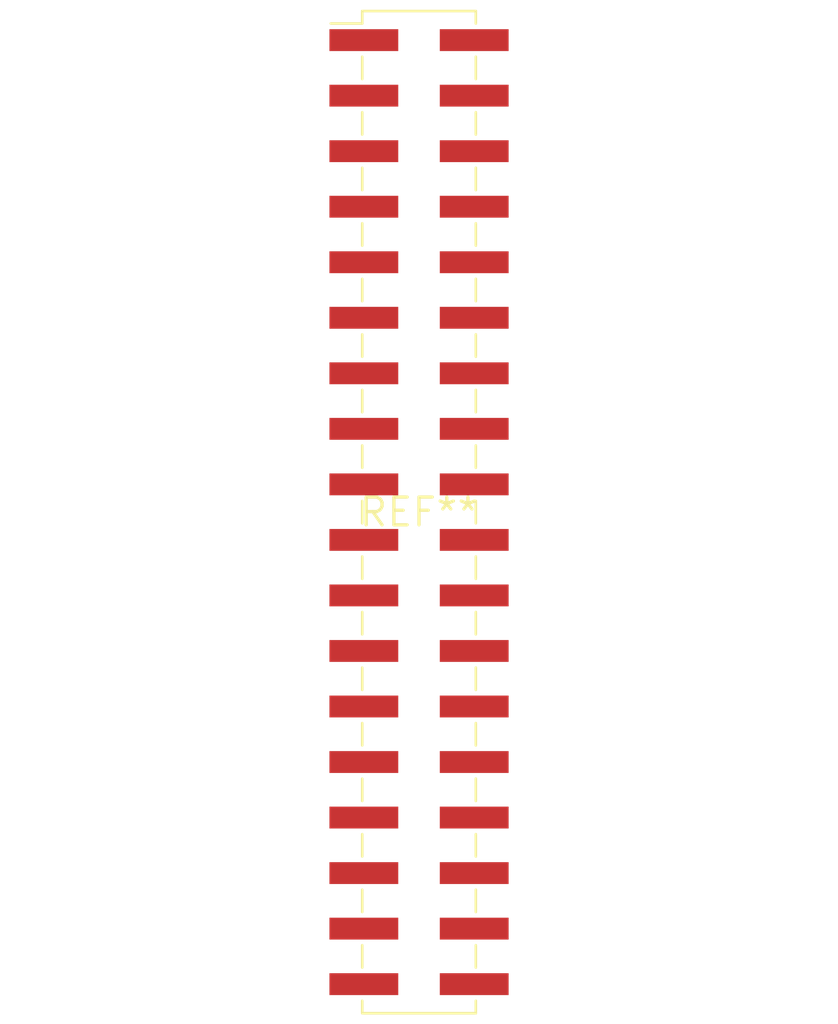
<source format=kicad_pcb>
(kicad_pcb (version 20240108) (generator pcbnew)
  (layers (0 "F.Cu" signal) (31 "B.Cu" signal) (34 "B.Paste" user) (35 "F.Paste" user) (36 "B.SilkS" user "B.Silkscreen") (37 "F.SilkS" user "F.Silkscreen") (38 "B.Mask" user) (39 "F.Mask" user) (44 "Edge.Cuts" user))
  (net 0 "")
  (footprint "PinHeader_2x18_P2.54mm_Vertical_SMD" (layer "F.Cu") (at 0 0)
    (property "Reference" "REF**")
    (property "Value" "PinHeader_2x18_P2.54mm_Vertical_SMD")
    (fp_line (start -4.04 -22.35) (end -2.6 -22.35) (layer "F.SilkS") (stroke (width 0.12)))
    (fp_line (start -2.6 -22.92) (end -2.6 -22.35) (layer "F.SilkS") (stroke (width 0.12)))
    (fp_line (start -2.6 -22.92) (end 2.6 -22.92) (layer "F.SilkS") (stroke (width 0.12)))
    (fp_line (start -2.6 -20.83) (end -2.6 -19.81) (layer "F.SilkS") (stroke (width 0.12)))
    (fp_line (start -2.6 -18.29) (end -2.6 -17.27) (layer "F.SilkS") (stroke (width 0.12)))
    (fp_line (start -2.6 -15.75) (end -2.6 -14.73) (layer "F.SilkS") (stroke (width 0.12)))
    (fp_line (start -2.6 -13.21) (end -2.6 -12.19) (layer "F.SilkS") (stroke (width 0.12)))
    (fp_line (start -2.6 -10.67) (end -2.6 -9.65) (layer "F.SilkS") (stroke (width 0.12)))
    (fp_line (start -2.6 -8.13) (end -2.6 -7.11) (layer "F.SilkS") (stroke (width 0.12)))
    (fp_line (start -2.6 -5.59) (end -2.6 -4.57) (layer "F.SilkS") (stroke (width 0.12)))
    (fp_line (start -2.6 -3.05) (end -2.6 -2.03) (layer "F.SilkS") (stroke (width 0.12)))
    (fp_line (start -2.6 -0.51) (end -2.6 0.51) (layer "F.SilkS") (stroke (width 0.12)))
    (fp_line (start -2.6 2.03) (end -2.6 3.05) (layer "F.SilkS") (stroke (width 0.12)))
    (fp_line (start -2.6 4.57) (end -2.6 5.59) (layer "F.SilkS") (stroke (width 0.12)))
    (fp_line (start -2.6 7.11) (end -2.6 8.13) (layer "F.SilkS") (stroke (width 0.12)))
    (fp_line (start -2.6 9.65) (end -2.6 10.67) (layer "F.SilkS") (stroke (width 0.12)))
    (fp_line (start -2.6 12.19) (end -2.6 13.21) (layer "F.SilkS") (stroke (width 0.12)))
    (fp_line (start -2.6 14.73) (end -2.6 15.75) (layer "F.SilkS") (stroke (width 0.12)))
    (fp_line (start -2.6 17.27) (end -2.6 18.29) (layer "F.SilkS") (stroke (width 0.12)))
    (fp_line (start -2.6 19.81) (end -2.6 20.83) (layer "F.SilkS") (stroke (width 0.12)))
    (fp_line (start -2.6 22.35) (end -2.6 22.92) (layer "F.SilkS") (stroke (width 0.12)))
    (fp_line (start -2.6 22.92) (end 2.6 22.92) (layer "F.SilkS") (stroke (width 0.12)))
    (fp_line (start 2.6 -22.92) (end 2.6 -22.35) (layer "F.SilkS") (stroke (width 0.12)))
    (fp_line (start 2.6 -20.83) (end 2.6 -19.81) (layer "F.SilkS") (stroke (width 0.12)))
    (fp_line (start 2.6 -18.29) (end 2.6 -17.27) (layer "F.SilkS") (stroke (width 0.12)))
    (fp_line (start 2.6 -15.75) (end 2.6 -14.73) (layer "F.SilkS") (stroke (width 0.12)))
    (fp_line (start 2.6 -13.21) (end 2.6 -12.19) (layer "F.SilkS") (stroke (width 0.12)))
    (fp_line (start 2.6 -10.67) (end 2.6 -9.65) (layer "F.SilkS") (stroke (width 0.12)))
    (fp_line (start 2.6 -8.13) (end 2.6 -7.11) (layer "F.SilkS") (stroke (width 0.12)))
    (fp_line (start 2.6 -5.59) (end 2.6 -4.57) (layer "F.SilkS") (stroke (width 0.12)))
    (fp_line (start 2.6 -3.05) (end 2.6 -2.03) (layer "F.SilkS") (stroke (width 0.12)))
    (fp_line (start 2.6 -0.51) (end 2.6 0.51) (layer "F.SilkS") (stroke (width 0.12)))
    (fp_line (start 2.6 2.03) (end 2.6 3.05) (layer "F.SilkS") (stroke (width 0.12)))
    (fp_line (start 2.6 4.57) (end 2.6 5.59) (layer "F.SilkS") (stroke (width 0.12)))
    (fp_line (start 2.6 7.11) (end 2.6 8.13) (layer "F.SilkS") (stroke (width 0.12)))
    (fp_line (start 2.6 9.65) (end 2.6 10.67) (layer "F.SilkS") (stroke (width 0.12)))
    (fp_line (start 2.6 12.19) (end 2.6 13.21) (layer "F.SilkS") (stroke (width 0.12)))
    (fp_line (start 2.6 14.73) (end 2.6 15.75) (layer "F.SilkS") (stroke (width 0.12)))
    (fp_line (start 2.6 17.27) (end 2.6 18.29) (layer "F.SilkS") (stroke (width 0.12)))
    (fp_line (start 2.6 19.81) (end 2.6 20.83) (layer "F.SilkS") (stroke (width 0.12)))
    (fp_line (start 2.6 22.35) (end 2.6 22.92) (layer "F.SilkS") (stroke (width 0.12)))
    (pad "1" smd rect (at -2.525 -21.59) (size 3.15 1) (layers "F.Cu" "F.Paste" "F.Mask"))
    (pad "2" smd rect (at 2.525 -21.59) (size 3.15 1) (layers "F.Cu" "F.Paste" "F.Mask"))
    (pad "3" smd rect (at -2.525 -19.05) (size 3.15 1) (layers "F.Cu" "F.Paste" "F.Mask"))
    (pad "4" smd rect (at 2.525 -19.05) (size 3.15 1) (layers "F.Cu" "F.Paste" "F.Mask"))
    (pad "5" smd rect (at -2.525 -16.51) (size 3.15 1) (layers "F.Cu" "F.Paste" "F.Mask"))
    (pad "6" smd rect (at 2.525 -16.51) (size 3.15 1) (layers "F.Cu" "F.Paste" "F.Mask"))
    (pad "7" smd rect (at -2.525 -13.97) (size 3.15 1) (layers "F.Cu" "F.Paste" "F.Mask"))
    (pad "8" smd rect (at 2.525 -13.97) (size 3.15 1) (layers "F.Cu" "F.Paste" "F.Mask"))
    (pad "9" smd rect (at -2.525 -11.43) (size 3.15 1) (layers "F.Cu" "F.Paste" "F.Mask"))
    (pad "10" smd rect (at 2.525 -11.43) (size 3.15 1) (layers "F.Cu" "F.Paste" "F.Mask"))
    (pad "11" smd rect (at -2.525 -8.89) (size 3.15 1) (layers "F.Cu" "F.Paste" "F.Mask"))
    (pad "12" smd rect (at 2.525 -8.89) (size 3.15 1) (layers "F.Cu" "F.Paste" "F.Mask"))
    (pad "13" smd rect (at -2.525 -6.35) (size 3.15 1) (layers "F.Cu" "F.Paste" "F.Mask"))
    (pad "14" smd rect (at 2.525 -6.35) (size 3.15 1) (layers "F.Cu" "F.Paste" "F.Mask"))
    (pad "15" smd rect (at -2.525 -3.81) (size 3.15 1) (layers "F.Cu" "F.Paste" "F.Mask"))
    (pad "16" smd rect (at 2.525 -3.81) (size 3.15 1) (layers "F.Cu" "F.Paste" "F.Mask"))
    (pad "17" smd rect (at -2.525 -1.27) (size 3.15 1) (layers "F.Cu" "F.Paste" "F.Mask"))
    (pad "18" smd rect (at 2.525 -1.27) (size 3.15 1) (layers "F.Cu" "F.Paste" "F.Mask"))
    (pad "19" smd rect (at -2.525 1.27) (size 3.15 1) (layers "F.Cu" "F.Paste" "F.Mask"))
    (pad "20" smd rect (at 2.525 1.27) (size 3.15 1) (layers "F.Cu" "F.Paste" "F.Mask"))
    (pad "21" smd rect (at -2.525 3.81) (size 3.15 1) (layers "F.Cu" "F.Paste" "F.Mask"))
    (pad "22" smd rect (at 2.525 3.81) (size 3.15 1) (layers "F.Cu" "F.Paste" "F.Mask"))
    (pad "23" smd rect (at -2.525 6.35) (size 3.15 1) (layers "F.Cu" "F.Paste" "F.Mask"))
    (pad "24" smd rect (at 2.525 6.35) (size 3.15 1) (layers "F.Cu" "F.Paste" "F.Mask"))
    (pad "25" smd rect (at -2.525 8.89) (size 3.15 1) (layers "F.Cu" "F.Paste" "F.Mask"))
    (pad "26" smd rect (at 2.525 8.89) (size 3.15 1) (layers "F.Cu" "F.Paste" "F.Mask"))
    (pad "27" smd rect (at -2.525 11.43) (size 3.15 1) (layers "F.Cu" "F.Paste" "F.Mask"))
    (pad "28" smd rect (at 2.525 11.43) (size 3.15 1) (layers "F.Cu" "F.Paste" "F.Mask"))
    (pad "29" smd rect (at -2.525 13.97) (size 3.15 1) (layers "F.Cu" "F.Paste" "F.Mask"))
    (pad "30" smd rect (at 2.525 13.97) (size 3.15 1) (layers "F.Cu" "F.Paste" "F.Mask"))
    (pad "31" smd rect (at -2.525 16.51) (size 3.15 1) (layers "F.Cu" "F.Paste" "F.Mask"))
    (pad "32" smd rect (at 2.525 16.51) (size 3.15 1) (layers "F.Cu" "F.Paste" "F.Mask"))
    (pad "33" smd rect (at -2.525 19.05) (size 3.15 1) (layers "F.Cu" "F.Paste" "F.Mask"))
    (pad "34" smd rect (at 2.525 19.05) (size 3.15 1) (layers "F.Cu" "F.Paste" "F.Mask"))
    (pad "35" smd rect (at -2.525 21.59) (size 3.15 1) (layers "F.Cu" "F.Paste" "F.Mask"))
    (pad "36" smd rect (at 2.525 21.59) (size 3.15 1) (layers "F.Cu" "F.Paste" "F.Mask"))
  )
)
</source>
